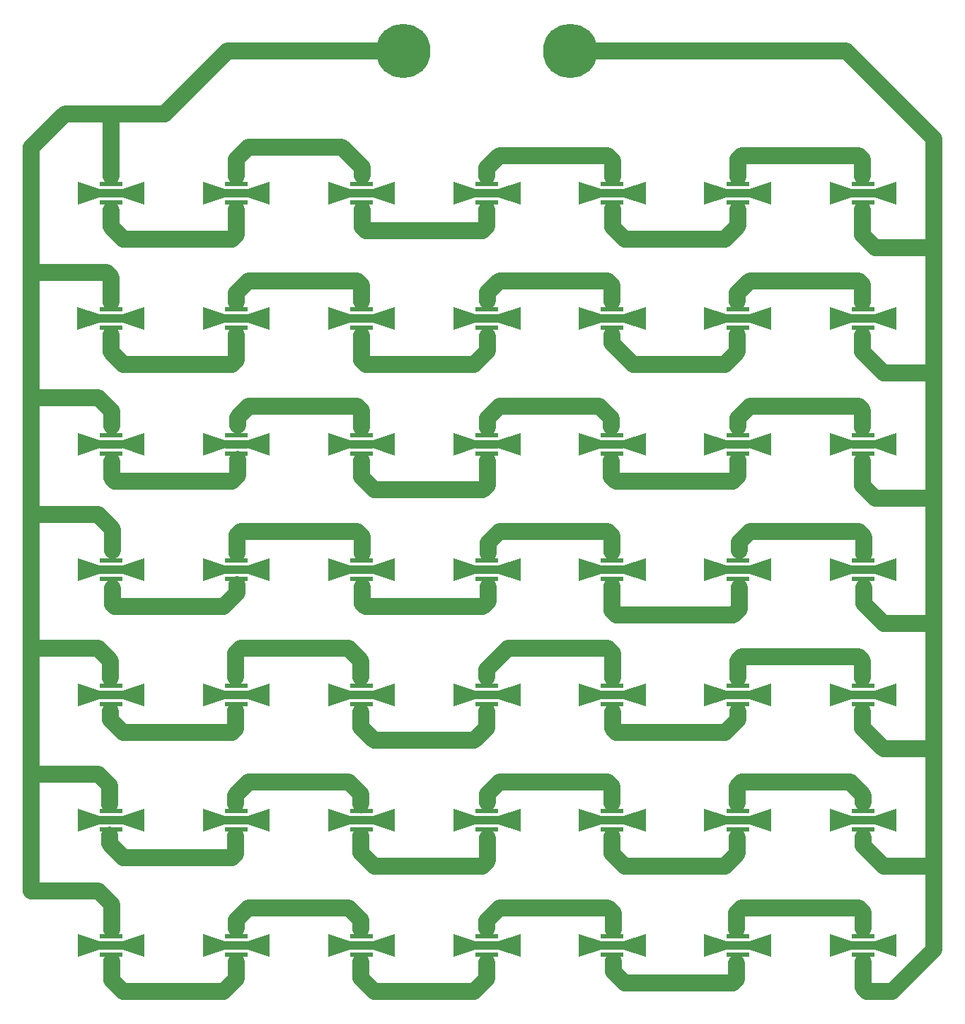
<source format=gbr>
G04 #@! TF.GenerationSoftware,KiCad,Pcbnew,(5.1.4)-1*
G04 #@! TF.CreationDate,2020-03-11T17:01:30-07:00*
G04 #@! TF.ProjectId,mouse led array,6d6f7573-6520-46c6-9564-206172726179,rev?*
G04 #@! TF.SameCoordinates,Original*
G04 #@! TF.FileFunction,Copper,L1,Top*
G04 #@! TF.FilePolarity,Positive*
%FSLAX46Y46*%
G04 Gerber Fmt 4.6, Leading zero omitted, Abs format (unit mm)*
G04 Created by KiCad (PCBNEW (5.1.4)-1) date 2020-03-11 17:01:30*
%MOMM*%
%LPD*%
G04 APERTURE LIST*
%ADD10R,2.700000X1.000000*%
%ADD11R,2.700000X0.500000*%
%ADD12C,1.000000*%
%ADD13C,0.100000*%
%ADD14C,6.500000*%
%ADD15C,0.250000*%
%ADD16C,2.000000*%
G04 APERTURE END LIST*
D10*
X135524000Y-133540000D03*
D11*
X135524000Y-132440000D03*
X135524000Y-134640000D03*
D12*
X135524000Y-133540000D03*
D13*
G36*
X131524000Y-132190000D02*
G01*
X134174000Y-133040000D01*
X136874000Y-133040000D01*
X139524000Y-132190000D01*
X139524000Y-134890000D01*
X136874000Y-134040000D01*
X134174000Y-134040000D01*
X131524000Y-134890000D01*
X131524000Y-132190000D01*
X131524000Y-132190000D01*
G37*
D10*
X120524000Y-133540000D03*
D11*
X120524000Y-134640000D03*
X120524000Y-132440000D03*
D12*
X120524000Y-133540000D03*
D13*
G36*
X124524000Y-134890000D02*
G01*
X121874000Y-134040000D01*
X119174000Y-134040000D01*
X116524000Y-134890000D01*
X116524000Y-132190000D01*
X119174000Y-133040000D01*
X121874000Y-133040000D01*
X124524000Y-132190000D01*
X124524000Y-134890000D01*
X124524000Y-134890000D01*
G37*
D10*
X105524000Y-133540000D03*
D11*
X105524000Y-132440000D03*
X105524000Y-134640000D03*
D12*
X105524000Y-133540000D03*
D13*
G36*
X101524000Y-132190000D02*
G01*
X104174000Y-133040000D01*
X106874000Y-133040000D01*
X109524000Y-132190000D01*
X109524000Y-134890000D01*
X106874000Y-134040000D01*
X104174000Y-134040000D01*
X101524000Y-134890000D01*
X101524000Y-132190000D01*
X101524000Y-132190000D01*
G37*
D10*
X90524000Y-133540000D03*
D11*
X90524000Y-134640000D03*
X90524000Y-132440000D03*
D12*
X90524000Y-133540000D03*
D13*
G36*
X94524000Y-134890000D02*
G01*
X91874000Y-134040000D01*
X89174000Y-134040000D01*
X86524000Y-134890000D01*
X86524000Y-132190000D01*
X89174000Y-133040000D01*
X91874000Y-133040000D01*
X94524000Y-132190000D01*
X94524000Y-134890000D01*
X94524000Y-134890000D01*
G37*
D10*
X75524000Y-133540000D03*
D11*
X75524000Y-132440000D03*
X75524000Y-134640000D03*
D12*
X75524000Y-133540000D03*
D13*
G36*
X71524000Y-132190000D02*
G01*
X74174000Y-133040000D01*
X76874000Y-133040000D01*
X79524000Y-132190000D01*
X79524000Y-134890000D01*
X76874000Y-134040000D01*
X74174000Y-134040000D01*
X71524000Y-134890000D01*
X71524000Y-132190000D01*
X71524000Y-132190000D01*
G37*
D10*
X60524000Y-133540000D03*
D11*
X60524000Y-134640000D03*
X60524000Y-132440000D03*
D12*
X60524000Y-133540000D03*
D13*
G36*
X64524000Y-134890000D02*
G01*
X61874000Y-134040000D01*
X59174000Y-134040000D01*
X56524000Y-134890000D01*
X56524000Y-132190000D01*
X59174000Y-133040000D01*
X61874000Y-133040000D01*
X64524000Y-132190000D01*
X64524000Y-134890000D01*
X64524000Y-134890000D01*
G37*
D10*
X45524000Y-133540000D03*
D11*
X45524000Y-132440000D03*
X45524000Y-134640000D03*
D12*
X45524000Y-133540000D03*
D13*
G36*
X41524000Y-132190000D02*
G01*
X44174000Y-133040000D01*
X46874000Y-133040000D01*
X49524000Y-132190000D01*
X49524000Y-134890000D01*
X46874000Y-134040000D01*
X44174000Y-134040000D01*
X41524000Y-134890000D01*
X41524000Y-132190000D01*
X41524000Y-132190000D01*
G37*
D10*
X135524000Y-118540000D03*
D11*
X135524000Y-117440000D03*
X135524000Y-119640000D03*
D12*
X135524000Y-118540000D03*
D13*
G36*
X131524000Y-117190000D02*
G01*
X134174000Y-118040000D01*
X136874000Y-118040000D01*
X139524000Y-117190000D01*
X139524000Y-119890000D01*
X136874000Y-119040000D01*
X134174000Y-119040000D01*
X131524000Y-119890000D01*
X131524000Y-117190000D01*
X131524000Y-117190000D01*
G37*
D10*
X120524000Y-118540000D03*
D11*
X120524000Y-119640000D03*
X120524000Y-117440000D03*
D12*
X120524000Y-118540000D03*
D13*
G36*
X124524000Y-119890000D02*
G01*
X121874000Y-119040000D01*
X119174000Y-119040000D01*
X116524000Y-119890000D01*
X116524000Y-117190000D01*
X119174000Y-118040000D01*
X121874000Y-118040000D01*
X124524000Y-117190000D01*
X124524000Y-119890000D01*
X124524000Y-119890000D01*
G37*
D10*
X105524000Y-118540000D03*
D11*
X105524000Y-117440000D03*
X105524000Y-119640000D03*
D12*
X105524000Y-118540000D03*
D13*
G36*
X101524000Y-117190000D02*
G01*
X104174000Y-118040000D01*
X106874000Y-118040000D01*
X109524000Y-117190000D01*
X109524000Y-119890000D01*
X106874000Y-119040000D01*
X104174000Y-119040000D01*
X101524000Y-119890000D01*
X101524000Y-117190000D01*
X101524000Y-117190000D01*
G37*
D10*
X90524000Y-118540000D03*
D11*
X90524000Y-119640000D03*
X90524000Y-117440000D03*
D12*
X90524000Y-118540000D03*
D13*
G36*
X94524000Y-119890000D02*
G01*
X91874000Y-119040000D01*
X89174000Y-119040000D01*
X86524000Y-119890000D01*
X86524000Y-117190000D01*
X89174000Y-118040000D01*
X91874000Y-118040000D01*
X94524000Y-117190000D01*
X94524000Y-119890000D01*
X94524000Y-119890000D01*
G37*
D10*
X75524000Y-118540000D03*
D11*
X75524000Y-117440000D03*
X75524000Y-119640000D03*
D12*
X75524000Y-118540000D03*
D13*
G36*
X71524000Y-117190000D02*
G01*
X74174000Y-118040000D01*
X76874000Y-118040000D01*
X79524000Y-117190000D01*
X79524000Y-119890000D01*
X76874000Y-119040000D01*
X74174000Y-119040000D01*
X71524000Y-119890000D01*
X71524000Y-117190000D01*
X71524000Y-117190000D01*
G37*
D10*
X60524000Y-118540000D03*
D11*
X60524000Y-119640000D03*
X60524000Y-117440000D03*
D12*
X60524000Y-118540000D03*
D13*
G36*
X64524000Y-119890000D02*
G01*
X61874000Y-119040000D01*
X59174000Y-119040000D01*
X56524000Y-119890000D01*
X56524000Y-117190000D01*
X59174000Y-118040000D01*
X61874000Y-118040000D01*
X64524000Y-117190000D01*
X64524000Y-119890000D01*
X64524000Y-119890000D01*
G37*
D10*
X45524000Y-118540000D03*
D11*
X45524000Y-117440000D03*
X45524000Y-119640000D03*
D12*
X45524000Y-118540000D03*
D13*
G36*
X41524000Y-117190000D02*
G01*
X44174000Y-118040000D01*
X46874000Y-118040000D01*
X49524000Y-117190000D01*
X49524000Y-119890000D01*
X46874000Y-119040000D01*
X44174000Y-119040000D01*
X41524000Y-119890000D01*
X41524000Y-117190000D01*
X41524000Y-117190000D01*
G37*
D10*
X135524000Y-103540000D03*
D11*
X135524000Y-102440000D03*
X135524000Y-104640000D03*
D12*
X135524000Y-103540000D03*
D13*
G36*
X131524000Y-102190000D02*
G01*
X134174000Y-103040000D01*
X136874000Y-103040000D01*
X139524000Y-102190000D01*
X139524000Y-104890000D01*
X136874000Y-104040000D01*
X134174000Y-104040000D01*
X131524000Y-104890000D01*
X131524000Y-102190000D01*
X131524000Y-102190000D01*
G37*
D10*
X120524000Y-103540000D03*
D11*
X120524000Y-104640000D03*
X120524000Y-102440000D03*
D12*
X120524000Y-103540000D03*
D13*
G36*
X124524000Y-104890000D02*
G01*
X121874000Y-104040000D01*
X119174000Y-104040000D01*
X116524000Y-104890000D01*
X116524000Y-102190000D01*
X119174000Y-103040000D01*
X121874000Y-103040000D01*
X124524000Y-102190000D01*
X124524000Y-104890000D01*
X124524000Y-104890000D01*
G37*
D10*
X105524000Y-103540000D03*
D11*
X105524000Y-102440000D03*
X105524000Y-104640000D03*
D12*
X105524000Y-103540000D03*
D13*
G36*
X101524000Y-102190000D02*
G01*
X104174000Y-103040000D01*
X106874000Y-103040000D01*
X109524000Y-102190000D01*
X109524000Y-104890000D01*
X106874000Y-104040000D01*
X104174000Y-104040000D01*
X101524000Y-104890000D01*
X101524000Y-102190000D01*
X101524000Y-102190000D01*
G37*
D10*
X90524000Y-103540000D03*
D11*
X90524000Y-104640000D03*
X90524000Y-102440000D03*
D12*
X90524000Y-103540000D03*
D13*
G36*
X94524000Y-104890000D02*
G01*
X91874000Y-104040000D01*
X89174000Y-104040000D01*
X86524000Y-104890000D01*
X86524000Y-102190000D01*
X89174000Y-103040000D01*
X91874000Y-103040000D01*
X94524000Y-102190000D01*
X94524000Y-104890000D01*
X94524000Y-104890000D01*
G37*
D10*
X75524000Y-103540000D03*
D11*
X75524000Y-102440000D03*
X75524000Y-104640000D03*
D12*
X75524000Y-103540000D03*
D13*
G36*
X71524000Y-102190000D02*
G01*
X74174000Y-103040000D01*
X76874000Y-103040000D01*
X79524000Y-102190000D01*
X79524000Y-104890000D01*
X76874000Y-104040000D01*
X74174000Y-104040000D01*
X71524000Y-104890000D01*
X71524000Y-102190000D01*
X71524000Y-102190000D01*
G37*
D10*
X60524000Y-103540000D03*
D11*
X60524000Y-104640000D03*
X60524000Y-102440000D03*
D12*
X60524000Y-103540000D03*
D13*
G36*
X64524000Y-104890000D02*
G01*
X61874000Y-104040000D01*
X59174000Y-104040000D01*
X56524000Y-104890000D01*
X56524000Y-102190000D01*
X59174000Y-103040000D01*
X61874000Y-103040000D01*
X64524000Y-102190000D01*
X64524000Y-104890000D01*
X64524000Y-104890000D01*
G37*
D10*
X45524000Y-103540000D03*
D11*
X45524000Y-102440000D03*
X45524000Y-104640000D03*
D12*
X45524000Y-103540000D03*
D13*
G36*
X41524000Y-102190000D02*
G01*
X44174000Y-103040000D01*
X46874000Y-103040000D01*
X49524000Y-102190000D01*
X49524000Y-104890000D01*
X46874000Y-104040000D01*
X44174000Y-104040000D01*
X41524000Y-104890000D01*
X41524000Y-102190000D01*
X41524000Y-102190000D01*
G37*
D10*
X135524000Y-88540000D03*
D11*
X135524000Y-87440000D03*
X135524000Y-89640000D03*
D12*
X135524000Y-88540000D03*
D13*
G36*
X131524000Y-87190000D02*
G01*
X134174000Y-88040000D01*
X136874000Y-88040000D01*
X139524000Y-87190000D01*
X139524000Y-89890000D01*
X136874000Y-89040000D01*
X134174000Y-89040000D01*
X131524000Y-89890000D01*
X131524000Y-87190000D01*
X131524000Y-87190000D01*
G37*
D10*
X120524000Y-88540000D03*
D11*
X120524000Y-89640000D03*
X120524000Y-87440000D03*
D12*
X120524000Y-88540000D03*
D13*
G36*
X124524000Y-89890000D02*
G01*
X121874000Y-89040000D01*
X119174000Y-89040000D01*
X116524000Y-89890000D01*
X116524000Y-87190000D01*
X119174000Y-88040000D01*
X121874000Y-88040000D01*
X124524000Y-87190000D01*
X124524000Y-89890000D01*
X124524000Y-89890000D01*
G37*
D10*
X105524000Y-88540000D03*
D11*
X105524000Y-87440000D03*
X105524000Y-89640000D03*
D12*
X105524000Y-88540000D03*
D13*
G36*
X101524000Y-87190000D02*
G01*
X104174000Y-88040000D01*
X106874000Y-88040000D01*
X109524000Y-87190000D01*
X109524000Y-89890000D01*
X106874000Y-89040000D01*
X104174000Y-89040000D01*
X101524000Y-89890000D01*
X101524000Y-87190000D01*
X101524000Y-87190000D01*
G37*
D10*
X90524000Y-88540000D03*
D11*
X90524000Y-89640000D03*
X90524000Y-87440000D03*
D12*
X90524000Y-88540000D03*
D13*
G36*
X94524000Y-89890000D02*
G01*
X91874000Y-89040000D01*
X89174000Y-89040000D01*
X86524000Y-89890000D01*
X86524000Y-87190000D01*
X89174000Y-88040000D01*
X91874000Y-88040000D01*
X94524000Y-87190000D01*
X94524000Y-89890000D01*
X94524000Y-89890000D01*
G37*
D10*
X75524000Y-88540000D03*
D11*
X75524000Y-87440000D03*
X75524000Y-89640000D03*
D12*
X75524000Y-88540000D03*
D13*
G36*
X71524000Y-87190000D02*
G01*
X74174000Y-88040000D01*
X76874000Y-88040000D01*
X79524000Y-87190000D01*
X79524000Y-89890000D01*
X76874000Y-89040000D01*
X74174000Y-89040000D01*
X71524000Y-89890000D01*
X71524000Y-87190000D01*
X71524000Y-87190000D01*
G37*
D10*
X60524000Y-88540000D03*
D11*
X60524000Y-89640000D03*
X60524000Y-87440000D03*
D12*
X60524000Y-88540000D03*
D13*
G36*
X64524000Y-89890000D02*
G01*
X61874000Y-89040000D01*
X59174000Y-89040000D01*
X56524000Y-89890000D01*
X56524000Y-87190000D01*
X59174000Y-88040000D01*
X61874000Y-88040000D01*
X64524000Y-87190000D01*
X64524000Y-89890000D01*
X64524000Y-89890000D01*
G37*
D10*
X45524000Y-88540000D03*
D11*
X45524000Y-87440000D03*
X45524000Y-89640000D03*
D12*
X45524000Y-88540000D03*
D13*
G36*
X41524000Y-87190000D02*
G01*
X44174000Y-88040000D01*
X46874000Y-88040000D01*
X49524000Y-87190000D01*
X49524000Y-89890000D01*
X46874000Y-89040000D01*
X44174000Y-89040000D01*
X41524000Y-89890000D01*
X41524000Y-87190000D01*
X41524000Y-87190000D01*
G37*
D10*
X135524000Y-73540000D03*
D11*
X135524000Y-72440000D03*
X135524000Y-74640000D03*
D12*
X135524000Y-73540000D03*
D13*
G36*
X131524000Y-72190000D02*
G01*
X134174000Y-73040000D01*
X136874000Y-73040000D01*
X139524000Y-72190000D01*
X139524000Y-74890000D01*
X136874000Y-74040000D01*
X134174000Y-74040000D01*
X131524000Y-74890000D01*
X131524000Y-72190000D01*
X131524000Y-72190000D01*
G37*
D10*
X120524000Y-73540000D03*
D11*
X120524000Y-74640000D03*
X120524000Y-72440000D03*
D12*
X120524000Y-73540000D03*
D13*
G36*
X124524000Y-74890000D02*
G01*
X121874000Y-74040000D01*
X119174000Y-74040000D01*
X116524000Y-74890000D01*
X116524000Y-72190000D01*
X119174000Y-73040000D01*
X121874000Y-73040000D01*
X124524000Y-72190000D01*
X124524000Y-74890000D01*
X124524000Y-74890000D01*
G37*
D10*
X105524000Y-73540000D03*
D11*
X105524000Y-72440000D03*
X105524000Y-74640000D03*
D12*
X105524000Y-73540000D03*
D13*
G36*
X101524000Y-72190000D02*
G01*
X104174000Y-73040000D01*
X106874000Y-73040000D01*
X109524000Y-72190000D01*
X109524000Y-74890000D01*
X106874000Y-74040000D01*
X104174000Y-74040000D01*
X101524000Y-74890000D01*
X101524000Y-72190000D01*
X101524000Y-72190000D01*
G37*
D10*
X90524000Y-73540000D03*
D11*
X90524000Y-74640000D03*
X90524000Y-72440000D03*
D12*
X90524000Y-73540000D03*
D13*
G36*
X94524000Y-74890000D02*
G01*
X91874000Y-74040000D01*
X89174000Y-74040000D01*
X86524000Y-74890000D01*
X86524000Y-72190000D01*
X89174000Y-73040000D01*
X91874000Y-73040000D01*
X94524000Y-72190000D01*
X94524000Y-74890000D01*
X94524000Y-74890000D01*
G37*
D10*
X75524000Y-73540000D03*
D11*
X75524000Y-72440000D03*
X75524000Y-74640000D03*
D12*
X75524000Y-73540000D03*
D13*
G36*
X71524000Y-72190000D02*
G01*
X74174000Y-73040000D01*
X76874000Y-73040000D01*
X79524000Y-72190000D01*
X79524000Y-74890000D01*
X76874000Y-74040000D01*
X74174000Y-74040000D01*
X71524000Y-74890000D01*
X71524000Y-72190000D01*
X71524000Y-72190000D01*
G37*
D10*
X60524000Y-73540000D03*
D11*
X60524000Y-74640000D03*
X60524000Y-72440000D03*
D12*
X60524000Y-73540000D03*
D13*
G36*
X64524000Y-74890000D02*
G01*
X61874000Y-74040000D01*
X59174000Y-74040000D01*
X56524000Y-74890000D01*
X56524000Y-72190000D01*
X59174000Y-73040000D01*
X61874000Y-73040000D01*
X64524000Y-72190000D01*
X64524000Y-74890000D01*
X64524000Y-74890000D01*
G37*
D10*
X45524000Y-73540000D03*
D11*
X45524000Y-72440000D03*
X45524000Y-74640000D03*
D12*
X45524000Y-73540000D03*
D13*
G36*
X41524000Y-72190000D02*
G01*
X44174000Y-73040000D01*
X46874000Y-73040000D01*
X49524000Y-72190000D01*
X49524000Y-74890000D01*
X46874000Y-74040000D01*
X44174000Y-74040000D01*
X41524000Y-74890000D01*
X41524000Y-72190000D01*
X41524000Y-72190000D01*
G37*
D10*
X135524000Y-58540000D03*
D11*
X135524000Y-57440000D03*
X135524000Y-59640000D03*
D12*
X135524000Y-58540000D03*
D13*
G36*
X131524000Y-57190000D02*
G01*
X134174000Y-58040000D01*
X136874000Y-58040000D01*
X139524000Y-57190000D01*
X139524000Y-59890000D01*
X136874000Y-59040000D01*
X134174000Y-59040000D01*
X131524000Y-59890000D01*
X131524000Y-57190000D01*
X131524000Y-57190000D01*
G37*
D10*
X120524000Y-58540000D03*
D11*
X120524000Y-59640000D03*
X120524000Y-57440000D03*
D12*
X120524000Y-58540000D03*
D13*
G36*
X124524000Y-59890000D02*
G01*
X121874000Y-59040000D01*
X119174000Y-59040000D01*
X116524000Y-59890000D01*
X116524000Y-57190000D01*
X119174000Y-58040000D01*
X121874000Y-58040000D01*
X124524000Y-57190000D01*
X124524000Y-59890000D01*
X124524000Y-59890000D01*
G37*
D10*
X105524000Y-58540000D03*
D11*
X105524000Y-57440000D03*
X105524000Y-59640000D03*
D12*
X105524000Y-58540000D03*
D13*
G36*
X101524000Y-57190000D02*
G01*
X104174000Y-58040000D01*
X106874000Y-58040000D01*
X109524000Y-57190000D01*
X109524000Y-59890000D01*
X106874000Y-59040000D01*
X104174000Y-59040000D01*
X101524000Y-59890000D01*
X101524000Y-57190000D01*
X101524000Y-57190000D01*
G37*
D10*
X90524000Y-58540000D03*
D11*
X90524000Y-59640000D03*
X90524000Y-57440000D03*
D12*
X90524000Y-58540000D03*
D13*
G36*
X94524000Y-59890000D02*
G01*
X91874000Y-59040000D01*
X89174000Y-59040000D01*
X86524000Y-59890000D01*
X86524000Y-57190000D01*
X89174000Y-58040000D01*
X91874000Y-58040000D01*
X94524000Y-57190000D01*
X94524000Y-59890000D01*
X94524000Y-59890000D01*
G37*
D10*
X75524000Y-58540000D03*
D11*
X75524000Y-57440000D03*
X75524000Y-59640000D03*
D12*
X75524000Y-58540000D03*
D13*
G36*
X71524000Y-57190000D02*
G01*
X74174000Y-58040000D01*
X76874000Y-58040000D01*
X79524000Y-57190000D01*
X79524000Y-59890000D01*
X76874000Y-59040000D01*
X74174000Y-59040000D01*
X71524000Y-59890000D01*
X71524000Y-57190000D01*
X71524000Y-57190000D01*
G37*
D10*
X60524000Y-58540000D03*
D11*
X60524000Y-59640000D03*
X60524000Y-57440000D03*
D12*
X60524000Y-58540000D03*
D13*
G36*
X64524000Y-59890000D02*
G01*
X61874000Y-59040000D01*
X59174000Y-59040000D01*
X56524000Y-59890000D01*
X56524000Y-57190000D01*
X59174000Y-58040000D01*
X61874000Y-58040000D01*
X64524000Y-57190000D01*
X64524000Y-59890000D01*
X64524000Y-59890000D01*
G37*
D10*
X45516800Y-58534300D03*
D11*
X45516800Y-57434300D03*
X45516800Y-59634300D03*
D12*
X45516800Y-58534300D03*
D13*
G36*
X41516800Y-57184300D02*
G01*
X44166800Y-58034300D01*
X46866800Y-58034300D01*
X49516800Y-57184300D01*
X49516800Y-59884300D01*
X46866800Y-59034300D01*
X44166800Y-59034300D01*
X41516800Y-59884300D01*
X41516800Y-57184300D01*
X41516800Y-57184300D01*
G37*
D10*
X135524000Y-43540000D03*
D11*
X135524000Y-42440000D03*
X135524000Y-44640000D03*
D12*
X135524000Y-43540000D03*
D13*
G36*
X131524000Y-42190000D02*
G01*
X134174000Y-43040000D01*
X136874000Y-43040000D01*
X139524000Y-42190000D01*
X139524000Y-44890000D01*
X136874000Y-44040000D01*
X134174000Y-44040000D01*
X131524000Y-44890000D01*
X131524000Y-42190000D01*
X131524000Y-42190000D01*
G37*
D10*
X120524000Y-43540000D03*
D11*
X120524000Y-44640000D03*
X120524000Y-42440000D03*
D12*
X120524000Y-43540000D03*
D13*
G36*
X124524000Y-44890000D02*
G01*
X121874000Y-44040000D01*
X119174000Y-44040000D01*
X116524000Y-44890000D01*
X116524000Y-42190000D01*
X119174000Y-43040000D01*
X121874000Y-43040000D01*
X124524000Y-42190000D01*
X124524000Y-44890000D01*
X124524000Y-44890000D01*
G37*
D10*
X105524000Y-43540000D03*
D11*
X105524000Y-42440000D03*
X105524000Y-44640000D03*
D12*
X105524000Y-43540000D03*
D13*
G36*
X101524000Y-42190000D02*
G01*
X104174000Y-43040000D01*
X106874000Y-43040000D01*
X109524000Y-42190000D01*
X109524000Y-44890000D01*
X106874000Y-44040000D01*
X104174000Y-44040000D01*
X101524000Y-44890000D01*
X101524000Y-42190000D01*
X101524000Y-42190000D01*
G37*
D10*
X90524000Y-43540000D03*
D11*
X90524000Y-44640000D03*
X90524000Y-42440000D03*
D12*
X90524000Y-43540000D03*
D13*
G36*
X94524000Y-44890000D02*
G01*
X91874000Y-44040000D01*
X89174000Y-44040000D01*
X86524000Y-44890000D01*
X86524000Y-42190000D01*
X89174000Y-43040000D01*
X91874000Y-43040000D01*
X94524000Y-42190000D01*
X94524000Y-44890000D01*
X94524000Y-44890000D01*
G37*
D10*
X75524000Y-43540000D03*
D11*
X75524000Y-42440000D03*
X75524000Y-44640000D03*
D12*
X75524000Y-43540000D03*
D13*
G36*
X71524000Y-42190000D02*
G01*
X74174000Y-43040000D01*
X76874000Y-43040000D01*
X79524000Y-42190000D01*
X79524000Y-44890000D01*
X76874000Y-44040000D01*
X74174000Y-44040000D01*
X71524000Y-44890000D01*
X71524000Y-42190000D01*
X71524000Y-42190000D01*
G37*
D10*
X60524000Y-43540000D03*
D11*
X60524000Y-44640000D03*
X60524000Y-42440000D03*
D12*
X60524000Y-43540000D03*
D13*
G36*
X64524000Y-44890000D02*
G01*
X61874000Y-44040000D01*
X59174000Y-44040000D01*
X56524000Y-44890000D01*
X56524000Y-42190000D01*
X59174000Y-43040000D01*
X61874000Y-43040000D01*
X64524000Y-42190000D01*
X64524000Y-44890000D01*
X64524000Y-44890000D01*
G37*
D10*
X45524000Y-43540000D03*
D11*
X45524000Y-42440000D03*
X45524000Y-44640000D03*
D12*
X45524000Y-43540000D03*
D13*
G36*
X41524000Y-42190000D02*
G01*
X44174000Y-43040000D01*
X46874000Y-43040000D01*
X49524000Y-42190000D01*
X49524000Y-44890000D01*
X46874000Y-44040000D01*
X44174000Y-44040000D01*
X41524000Y-44890000D01*
X41524000Y-42190000D01*
X41524000Y-42190000D01*
G37*
D14*
X100524000Y-26540000D03*
X80524000Y-26540000D03*
D15*
X135478100Y-45478100D02*
X135478100Y-46946400D01*
X135478100Y-44576500D02*
X135478100Y-45478100D01*
D16*
X100524000Y-26540000D02*
X133540000Y-26540000D01*
X144000000Y-134000000D02*
X139000000Y-139000000D01*
X139000000Y-139000000D02*
X136000000Y-139000000D01*
X135541600Y-138541600D02*
X135541600Y-135458400D01*
X136000000Y-139000000D02*
X135541600Y-138541600D01*
D15*
X135541600Y-134721100D02*
X135541600Y-135458400D01*
X135541600Y-135458400D02*
X135541600Y-137091000D01*
D16*
X144000000Y-37000000D02*
X143500000Y-36500000D01*
X144000000Y-47000000D02*
X144000000Y-37000000D01*
X133540000Y-26540000D02*
X143500000Y-36500000D01*
X135478100Y-60521900D02*
X135478100Y-62478100D01*
D15*
X135478100Y-60521900D02*
X135478100Y-61945100D01*
X135478100Y-59575200D02*
X135478100Y-60521900D01*
D16*
X138000000Y-65000000D02*
X144000000Y-65000000D01*
X135478100Y-62478100D02*
X138000000Y-65000000D01*
X135478100Y-75521900D02*
X135478100Y-78478100D01*
D15*
X135478100Y-75521900D02*
X135478100Y-76981900D01*
X135478100Y-74612000D02*
X135478100Y-75521900D01*
D16*
X137000000Y-80000000D02*
X144000000Y-80000000D01*
X135478100Y-78478100D02*
X137000000Y-80000000D01*
X144000000Y-65000000D02*
X144000000Y-80000000D01*
X135668600Y-90668600D02*
X135668600Y-92668600D01*
D15*
X135668600Y-90668600D02*
X135668600Y-92056800D01*
X135668600Y-89686900D02*
X135668600Y-90668600D01*
D16*
X138000000Y-95000000D02*
X144000000Y-95000000D01*
X135668600Y-92668600D02*
X138000000Y-95000000D01*
X144000000Y-80000000D02*
X144000000Y-95000000D01*
X135490800Y-105509200D02*
X135490800Y-107490800D01*
D15*
X135490800Y-105509200D02*
X135490800Y-107004700D01*
X135490800Y-104634800D02*
X135490800Y-105509200D01*
D16*
X138000000Y-110000000D02*
X144000000Y-110000000D01*
X135490800Y-107490800D02*
X138000000Y-110000000D01*
X144000000Y-95000000D02*
X144000000Y-110000000D01*
X135478100Y-45478100D02*
X135478100Y-48478100D01*
X137000000Y-50000000D02*
X144000000Y-50000000D01*
X135478100Y-48478100D02*
X137000000Y-50000000D01*
X144000000Y-47000000D02*
X144000000Y-50000000D01*
X144000000Y-50000000D02*
X144000000Y-65000000D01*
X135541600Y-120541600D02*
X135541600Y-121541600D01*
D15*
X135541600Y-120541600D02*
X135541600Y-122016100D01*
X135541600Y-119646200D02*
X135541600Y-120541600D01*
D16*
X138000000Y-124000000D02*
X144000000Y-124000000D01*
X135541600Y-121541600D02*
X138000000Y-124000000D01*
X144000000Y-110000000D02*
X144000000Y-124000000D01*
X144000000Y-124000000D02*
X144000000Y-134000000D01*
X45524000Y-45524000D02*
X45524000Y-47524000D01*
D15*
X45524000Y-45524000D02*
X45524000Y-47009900D01*
X45524000Y-44640000D02*
X45524000Y-45524000D01*
D16*
X45524000Y-47524000D02*
X47000000Y-49000000D01*
X47000000Y-49000000D02*
X60000000Y-49000000D01*
X60524000Y-48476000D02*
X60524000Y-45476000D01*
X60000000Y-49000000D02*
X60524000Y-48476000D01*
D15*
X60524000Y-44640000D02*
X60524000Y-45476000D01*
X60524000Y-45476000D02*
X60524000Y-46795300D01*
X60524000Y-41476000D02*
X60524000Y-40496100D01*
X60524000Y-42440000D02*
X60524000Y-41476000D01*
D16*
X73144400Y-38000000D02*
X75572200Y-40427800D01*
X62000000Y-38000000D02*
X73144400Y-38000000D01*
X60524000Y-39476000D02*
X62000000Y-38000000D01*
X60524000Y-41476000D02*
X60524000Y-39476000D01*
D15*
X75572200Y-40427800D02*
X75572200Y-39885200D01*
D16*
X75572200Y-40427800D02*
X75572200Y-41427800D01*
D15*
X75572200Y-42389200D02*
X75572200Y-41427800D01*
X75572200Y-45427800D02*
X75572200Y-46959100D01*
X75572200Y-44589200D02*
X75572200Y-45427800D01*
X90507400Y-44690800D02*
X90507400Y-45492600D01*
X90507400Y-45492600D02*
X90507400Y-47060700D01*
D16*
X75572200Y-45427800D02*
X75572200Y-47572200D01*
X75572200Y-47572200D02*
X76000000Y-48000000D01*
X76000000Y-48000000D02*
X90000000Y-48000000D01*
X90507400Y-47492600D02*
X90507400Y-45492600D01*
X90000000Y-48000000D02*
X90507400Y-47492600D01*
D15*
X90507400Y-41492600D02*
X90507400Y-39986800D01*
X90507400Y-42490800D02*
X90507400Y-41492600D01*
D16*
X105607700Y-39607700D02*
X105607700Y-41607700D01*
D15*
X105607700Y-42440000D02*
X105607700Y-41607700D01*
D16*
X90507400Y-41492600D02*
X90507400Y-40492600D01*
D15*
X105607700Y-41607700D02*
X105607700Y-39936000D01*
D16*
X90507400Y-40492600D02*
X92000000Y-39000000D01*
X92000000Y-39000000D02*
X105000000Y-39000000D01*
X105000000Y-39000000D02*
X105607700Y-39607700D01*
X105607700Y-45392300D02*
X105607700Y-47607700D01*
D15*
X105607700Y-45392300D02*
X105607700Y-47009900D01*
X105607700Y-44640000D02*
X105607700Y-45392300D01*
D16*
X105607700Y-47607700D02*
X107000000Y-49000000D01*
X107000000Y-49000000D02*
X119000000Y-49000000D01*
X120555600Y-47444400D02*
X120555600Y-45444400D01*
X119000000Y-49000000D02*
X120555600Y-47444400D01*
D15*
X120555600Y-44627300D02*
X120555600Y-45444400D01*
X120555600Y-45444400D02*
X120555600Y-46997200D01*
D16*
X120555600Y-41555600D02*
X120555600Y-39444400D01*
D15*
X120555600Y-41555600D02*
X120555600Y-39923300D01*
X120555600Y-42427300D02*
X120555600Y-41555600D01*
D16*
X120555600Y-39444400D02*
X121000000Y-39000000D01*
X121000000Y-39000000D02*
X135000000Y-39000000D01*
X135478100Y-39478100D02*
X135478100Y-41521900D01*
X135000000Y-39000000D02*
X135478100Y-39478100D01*
D15*
X135478100Y-42376500D02*
X135478100Y-41521900D01*
X135478100Y-41521900D02*
X135478100Y-39872500D01*
D16*
X45524000Y-60476000D02*
X45524000Y-62524000D01*
D15*
X45524000Y-60476000D02*
X45524000Y-61932400D01*
X45524000Y-59562500D02*
X45524000Y-60476000D01*
D16*
X45524000Y-62524000D02*
X47000000Y-64000000D01*
X47000000Y-64000000D02*
X60000000Y-64000000D01*
X60522700Y-63477300D02*
X60522700Y-60477300D01*
X60000000Y-64000000D02*
X60522700Y-63477300D01*
D15*
X60522700Y-59613300D02*
X60522700Y-60477300D01*
X60522700Y-60477300D02*
X60522700Y-61983200D01*
D16*
X60522700Y-56522700D02*
X60522700Y-55477300D01*
D15*
X60522700Y-56522700D02*
X60522700Y-54909300D01*
X60522700Y-57413300D02*
X60522700Y-56522700D01*
D16*
X60522700Y-55477300D02*
X62000000Y-54000000D01*
X62000000Y-54000000D02*
X75000000Y-54000000D01*
X75496000Y-54496000D02*
X75496000Y-56504000D01*
X75000000Y-54000000D02*
X75496000Y-54496000D01*
D15*
X75496000Y-57349800D02*
X75496000Y-56504000D01*
X75496000Y-56504000D02*
X75496000Y-54845800D01*
D16*
X75496000Y-60504000D02*
X75496000Y-63496000D01*
D15*
X75496000Y-60504000D02*
X75496000Y-61919700D01*
X75496000Y-59549800D02*
X75496000Y-60504000D01*
D16*
X75496000Y-63496000D02*
X76000000Y-64000000D01*
X76000000Y-64000000D02*
X89000000Y-64000000D01*
X90621700Y-62378300D02*
X90621700Y-60621700D01*
X89000000Y-64000000D02*
X90621700Y-62378300D01*
D15*
X90621700Y-59613300D02*
X90621700Y-60621700D01*
X90621700Y-60621700D02*
X90621700Y-61983200D01*
D16*
X90621700Y-56378300D02*
X90621700Y-55378300D01*
D15*
X90621700Y-56378300D02*
X90621700Y-54909300D01*
X90621700Y-57413300D02*
X90621700Y-56378300D01*
D16*
X90621700Y-55378300D02*
X92000000Y-54000000D01*
X92000000Y-54000000D02*
X105000000Y-54000000D01*
X105506100Y-54506100D02*
X105506100Y-56506100D01*
X105000000Y-54000000D02*
X105506100Y-54506100D01*
D15*
X105506100Y-57375200D02*
X105506100Y-56506100D01*
X105506100Y-56506100D02*
X105506100Y-54871200D01*
D16*
X105506100Y-60493900D02*
X105506100Y-61506100D01*
D15*
X105506100Y-60493900D02*
X105506100Y-61945100D01*
X105506100Y-59575200D02*
X105506100Y-60493900D01*
D16*
X105506100Y-61506100D02*
X108000000Y-64000000D01*
X108000000Y-64000000D02*
X119000000Y-64000000D01*
X120504800Y-62495200D02*
X120504800Y-60495200D01*
X119000000Y-64000000D02*
X120504800Y-62495200D01*
D15*
X120504800Y-59613300D02*
X120504800Y-60495200D01*
X120504800Y-60495200D02*
X120504800Y-61983200D01*
D16*
X120504800Y-56504800D02*
X120504800Y-55495200D01*
D15*
X120504800Y-56504800D02*
X120504800Y-54909300D01*
X120504800Y-57413300D02*
X120504800Y-56504800D01*
D16*
X120504800Y-55495200D02*
X122000000Y-54000000D01*
X122000000Y-54000000D02*
X135000000Y-54000000D01*
X135478100Y-54478100D02*
X135478100Y-56521900D01*
X135000000Y-54000000D02*
X135478100Y-54478100D01*
D15*
X135478100Y-57375200D02*
X135478100Y-56521900D01*
X135478100Y-56521900D02*
X135478100Y-54871200D01*
D16*
X45587500Y-75587500D02*
X45587500Y-77587500D01*
D15*
X45587500Y-75587500D02*
X45587500Y-76867600D01*
X45587500Y-74497700D02*
X45587500Y-75587500D01*
D16*
X45587500Y-77587500D02*
X46000000Y-78000000D01*
X46000000Y-78000000D02*
X60000000Y-78000000D01*
X60675100Y-77324900D02*
X60675100Y-75324900D01*
X60000000Y-78000000D02*
X60675100Y-77324900D01*
D15*
X60675100Y-74561200D02*
X60675100Y-75324900D01*
X60675100Y-75324900D02*
X60675100Y-76931100D01*
D16*
X60675100Y-71324900D02*
X60675100Y-70324900D01*
D15*
X60675100Y-71324900D02*
X60675100Y-69857200D01*
X60675100Y-72361200D02*
X60675100Y-71324900D01*
D16*
X60675100Y-70324900D02*
X62000000Y-69000000D01*
X62000000Y-69000000D02*
X75000000Y-69000000D01*
X75508700Y-69508700D02*
X75508700Y-71508700D01*
X75000000Y-69000000D02*
X75508700Y-69508700D01*
D15*
X75508700Y-72475500D02*
X75508700Y-71508700D01*
X75508700Y-71508700D02*
X75508700Y-69971500D01*
D16*
X75508700Y-75508700D02*
X75508700Y-77508700D01*
D15*
X75508700Y-75508700D02*
X75508700Y-77045400D01*
X75508700Y-74675500D02*
X75508700Y-75508700D01*
D16*
X75508700Y-77508700D02*
X77000000Y-79000000D01*
X77000000Y-79000000D02*
X90000000Y-79000000D01*
X90545500Y-78454500D02*
X90545500Y-75545500D01*
X90000000Y-79000000D02*
X90545500Y-78454500D01*
D15*
X90545500Y-74675500D02*
X90545500Y-75545500D01*
X90545500Y-75545500D02*
X90545500Y-77045400D01*
D16*
X90545500Y-71545500D02*
X90545500Y-70454500D01*
D15*
X90545500Y-71545500D02*
X90545500Y-69971500D01*
X90545500Y-72475500D02*
X90545500Y-71545500D01*
D16*
X90545500Y-70454500D02*
X92000000Y-69000000D01*
X92000000Y-69000000D02*
X104000000Y-69000000D01*
X105442600Y-70442600D02*
X105442600Y-71442600D01*
X104000000Y-69000000D02*
X105442600Y-70442600D01*
D15*
X105442600Y-72475500D02*
X105442600Y-71442600D01*
X105442600Y-71442600D02*
X105442600Y-69971500D01*
D16*
X105442600Y-75557400D02*
X105442600Y-77442600D01*
D15*
X105442600Y-75557400D02*
X105442600Y-77045400D01*
X105442600Y-74675500D02*
X105442600Y-75557400D01*
D16*
X105442600Y-77442600D02*
X106000000Y-78000000D01*
X106000000Y-78000000D02*
X120000000Y-78000000D01*
X120581000Y-77419000D02*
X120581000Y-75419000D01*
X120000000Y-78000000D02*
X120581000Y-77419000D01*
D15*
X120581000Y-74523100D02*
X120581000Y-75419000D01*
X120581000Y-75419000D02*
X120581000Y-76893000D01*
D16*
X120581000Y-71419000D02*
X120581000Y-70419000D01*
D15*
X120581000Y-71419000D02*
X120581000Y-69819100D01*
X120581000Y-72323100D02*
X120581000Y-71419000D01*
D16*
X120581000Y-70419000D02*
X122000000Y-69000000D01*
X122000000Y-69000000D02*
X135000000Y-69000000D01*
X135478100Y-69478100D02*
X135478100Y-71521900D01*
X135000000Y-69000000D02*
X135478100Y-69478100D01*
D15*
X135478100Y-72412000D02*
X135478100Y-71521900D01*
X135478100Y-71521900D02*
X135478100Y-69908000D01*
D16*
X45739900Y-90739900D02*
X45739900Y-92739900D01*
D15*
X45739900Y-90739900D02*
X45739900Y-91993300D01*
X45739900Y-89623400D02*
X45739900Y-90739900D01*
D16*
X45739900Y-92739900D02*
X46000000Y-93000000D01*
X46000000Y-93000000D02*
X59000000Y-93000000D01*
X60624300Y-91375700D02*
X60624300Y-90375700D01*
X59000000Y-93000000D02*
X60624300Y-91375700D01*
D15*
X60624300Y-89686900D02*
X60624300Y-90375700D01*
X60624300Y-90375700D02*
X60624300Y-92056800D01*
D16*
X60624300Y-86624300D02*
X60624300Y-84375700D01*
D15*
X60624300Y-86624300D02*
X60624300Y-84982900D01*
X60624300Y-87486900D02*
X60624300Y-86624300D01*
D16*
X60624300Y-84375700D02*
X61000000Y-84000000D01*
X61000000Y-84000000D02*
X75000000Y-84000000D01*
X75597600Y-84597600D02*
X75597600Y-86597600D01*
X75000000Y-84000000D02*
X75597600Y-84597600D01*
D15*
X75597600Y-87347200D02*
X75597600Y-86597600D01*
X75597600Y-86597600D02*
X75597600Y-84843200D01*
D16*
X75597600Y-90597600D02*
X75597600Y-92597600D01*
D15*
X75597600Y-90597600D02*
X75597600Y-91917100D01*
X75597600Y-89547200D02*
X75597600Y-90597600D01*
D16*
X75597600Y-92597600D02*
X76000000Y-93000000D01*
X76000000Y-93000000D02*
X90000000Y-93000000D01*
X90634400Y-92365600D02*
X90634400Y-90634400D01*
X90000000Y-93000000D02*
X90634400Y-92365600D01*
D15*
X90634400Y-89725000D02*
X90634400Y-90634400D01*
X90634400Y-90634400D02*
X90634400Y-92094900D01*
D16*
X90634400Y-86634400D02*
X90634400Y-85365600D01*
D15*
X90634400Y-86634400D02*
X90634400Y-85021000D01*
X90634400Y-87525000D02*
X90634400Y-86634400D01*
D16*
X90634400Y-85365600D02*
X92000000Y-84000000D01*
X92000000Y-84000000D02*
X105000000Y-84000000D01*
X105480700Y-84480700D02*
X105480700Y-86480700D01*
X105000000Y-84000000D02*
X105480700Y-84480700D01*
D15*
X105480700Y-87525000D02*
X105480700Y-86480700D01*
X105480700Y-86480700D02*
X105480700Y-85021000D01*
D16*
X105480700Y-90480700D02*
X105480700Y-93480700D01*
D15*
X105480700Y-90480700D02*
X105480700Y-92094900D01*
X105480700Y-89725000D02*
X105480700Y-90480700D01*
D16*
X105480700Y-93480700D02*
X106000000Y-94000000D01*
X106000000Y-94000000D02*
X120000000Y-94000000D01*
X120708000Y-93292000D02*
X120708000Y-90708000D01*
X120000000Y-94000000D02*
X120708000Y-93292000D01*
D15*
X120708000Y-89547200D02*
X120708000Y-90708000D01*
X120708000Y-90708000D02*
X120708000Y-91917100D01*
D16*
X120708000Y-86292000D02*
X120708000Y-85292000D01*
D15*
X120708000Y-86292000D02*
X120708000Y-84843200D01*
X120708000Y-87347200D02*
X120708000Y-86292000D01*
D16*
X120708000Y-85292000D02*
X122000000Y-84000000D01*
X122000000Y-84000000D02*
X135000000Y-84000000D01*
X135668600Y-84668600D02*
X135668600Y-86668600D01*
X135000000Y-84000000D02*
X135668600Y-84668600D01*
D15*
X135668600Y-87486900D02*
X135668600Y-86668600D01*
X135668600Y-86668600D02*
X135668600Y-84982900D01*
D16*
X45485900Y-105514100D02*
X45485900Y-106485900D01*
D15*
X45485900Y-105514100D02*
X45485900Y-107080900D01*
X45485900Y-104711000D02*
X45485900Y-105514100D01*
D16*
X45485900Y-106485900D02*
X47000000Y-108000000D01*
X47000000Y-108000000D02*
X60000000Y-108000000D01*
X60408400Y-107591600D02*
X60408400Y-105408400D01*
X60000000Y-108000000D02*
X60408400Y-107591600D01*
D15*
X60408400Y-104647500D02*
X60408400Y-105408400D01*
X60408400Y-105408400D02*
X60408400Y-107017400D01*
D16*
X60408400Y-101408400D02*
X60408400Y-98591600D01*
D15*
X60408400Y-101408400D02*
X60408400Y-99943500D01*
X60408400Y-102447500D02*
X60408400Y-101408400D01*
D16*
X60408400Y-98591600D02*
X61000000Y-98000000D01*
X61000000Y-98000000D02*
X74000000Y-98000000D01*
X75457900Y-99457900D02*
X75457900Y-101457900D01*
X74000000Y-98000000D02*
X75457900Y-99457900D01*
D15*
X75457900Y-102460200D02*
X75457900Y-101457900D01*
X75457900Y-101457900D02*
X75457900Y-99956200D01*
D16*
X75457900Y-105542100D02*
X75457900Y-107457900D01*
D15*
X75457900Y-105542100D02*
X75457900Y-107030100D01*
X75457900Y-104660200D02*
X75457900Y-105542100D01*
D16*
X75457900Y-107457900D02*
X77000000Y-109000000D01*
X77000000Y-109000000D02*
X89000000Y-109000000D01*
X90469300Y-107530700D02*
X90469300Y-105530700D01*
X89000000Y-109000000D02*
X90469300Y-107530700D01*
D15*
X90469300Y-104698300D02*
X90469300Y-105530700D01*
X90469300Y-105530700D02*
X90469300Y-107068200D01*
D16*
X90469300Y-101469300D02*
X90469300Y-100530700D01*
D15*
X90469300Y-101469300D02*
X90469300Y-99994300D01*
X90469300Y-102498300D02*
X90469300Y-101469300D01*
D16*
X90469300Y-100530700D02*
X93000000Y-98000000D01*
X93000000Y-98000000D02*
X105000000Y-98000000D01*
X105544200Y-98544200D02*
X105544200Y-101544200D01*
X105000000Y-98000000D02*
X105544200Y-98544200D01*
D15*
X105544200Y-102460200D02*
X105544200Y-101544200D01*
X105544200Y-101544200D02*
X105544200Y-99956200D01*
D16*
X105544200Y-105544200D02*
X105544200Y-107544200D01*
D15*
X105544200Y-105544200D02*
X105544200Y-107030100D01*
X105544200Y-104660200D02*
X105544200Y-105544200D01*
D16*
X105544200Y-107544200D02*
X106000000Y-108000000D01*
X106000000Y-108000000D02*
X119000000Y-108000000D01*
X120530200Y-106469800D02*
X120530200Y-105469800D01*
X119000000Y-108000000D02*
X120530200Y-106469800D01*
D15*
X120530200Y-104711000D02*
X120530200Y-105469800D01*
X120530200Y-105469800D02*
X120530200Y-107080900D01*
D16*
X120530200Y-101530200D02*
X120530200Y-99469800D01*
D15*
X120530200Y-101530200D02*
X120530200Y-100007000D01*
X120530200Y-102511000D02*
X120530200Y-101530200D01*
D16*
X120530200Y-99469800D02*
X121000000Y-99000000D01*
X121000000Y-99000000D02*
X135000000Y-99000000D01*
X135490800Y-99490800D02*
X135490800Y-101509200D01*
X135000000Y-99000000D02*
X135490800Y-99490800D01*
D15*
X135490800Y-102434800D02*
X135490800Y-101509200D01*
X135490800Y-101509200D02*
X135490800Y-99930800D01*
D16*
X45346200Y-120346200D02*
X45346200Y-121346200D01*
D15*
X45346200Y-120346200D02*
X45346200Y-122092300D01*
X45346200Y-119722400D02*
X45346200Y-120346200D01*
D16*
X45346200Y-121346200D02*
X47000000Y-123000000D01*
X47000000Y-123000000D02*
X60000000Y-123000000D01*
X60421100Y-122578900D02*
X60421100Y-120421100D01*
X60000000Y-123000000D02*
X60421100Y-122578900D01*
D15*
X60421100Y-119658900D02*
X60421100Y-120421100D01*
X60421100Y-120421100D02*
X60421100Y-122028800D01*
D16*
X60421100Y-116578900D02*
X60421100Y-115578900D01*
D15*
X60421100Y-116578900D02*
X60421100Y-114954900D01*
X60421100Y-117458900D02*
X60421100Y-116578900D01*
D16*
X60421100Y-115578900D02*
X62000000Y-114000000D01*
X62000000Y-114000000D02*
X74000000Y-114000000D01*
X75394400Y-115394400D02*
X75394400Y-116605600D01*
X74000000Y-114000000D02*
X75394400Y-115394400D01*
D15*
X75394400Y-117573200D02*
X75394400Y-116605600D01*
X75394400Y-116605600D02*
X75394400Y-115069200D01*
D16*
X75394400Y-120394400D02*
X75394400Y-122394400D01*
D15*
X75394400Y-120394400D02*
X75394400Y-122143100D01*
X75394400Y-119773200D02*
X75394400Y-120394400D01*
D16*
X75394400Y-122394400D02*
X77000000Y-124000000D01*
X77000000Y-124000000D02*
X90000000Y-124000000D01*
X90609000Y-123391000D02*
X90609000Y-120609000D01*
X90000000Y-124000000D02*
X90609000Y-123391000D01*
D15*
X90609000Y-119684300D02*
X90609000Y-120609000D01*
X90609000Y-120609000D02*
X90609000Y-122054200D01*
D16*
X90609000Y-116391000D02*
X90609000Y-115391000D01*
D15*
X90609000Y-116391000D02*
X90609000Y-114980300D01*
X90609000Y-117484300D02*
X90609000Y-116391000D01*
D16*
X90609000Y-115391000D02*
X92000000Y-114000000D01*
X92000000Y-114000000D02*
X105000000Y-114000000D01*
X105493400Y-114493400D02*
X105493400Y-116493400D01*
X105000000Y-114000000D02*
X105493400Y-114493400D01*
D15*
X105493400Y-117484300D02*
X105493400Y-116493400D01*
X105493400Y-116493400D02*
X105493400Y-114980300D01*
D16*
X105493400Y-120493400D02*
X105493400Y-122493400D01*
D15*
X105493400Y-120493400D02*
X105493400Y-122054200D01*
X105493400Y-119684300D02*
X105493400Y-120493400D01*
D16*
X105493400Y-122493400D02*
X107000000Y-124000000D01*
X107000000Y-124000000D02*
X119000000Y-124000000D01*
X120466700Y-122533300D02*
X120466700Y-120533300D01*
X119000000Y-124000000D02*
X120466700Y-122533300D01*
D15*
X120466700Y-119709700D02*
X120466700Y-120533300D01*
X120466700Y-120533300D02*
X120466700Y-122079600D01*
D16*
X120466700Y-116466700D02*
X120466700Y-114533300D01*
D15*
X120466700Y-116466700D02*
X120466700Y-115005700D01*
X120466700Y-117509700D02*
X120466700Y-116466700D01*
D16*
X120466700Y-114533300D02*
X121000000Y-114000000D01*
X121000000Y-114000000D02*
X134000000Y-114000000D01*
X135541600Y-115541600D02*
X135541600Y-116458400D01*
X134000000Y-114000000D02*
X135541600Y-115541600D01*
D15*
X135541600Y-117446200D02*
X135541600Y-116458400D01*
X135541600Y-116458400D02*
X135541600Y-114942200D01*
D16*
X45638300Y-135361700D02*
X45638300Y-137638300D01*
D15*
X45638300Y-135361700D02*
X45638300Y-137014800D01*
X45638300Y-134644900D02*
X45638300Y-135361700D01*
D16*
X45638300Y-137638300D02*
X47000000Y-139000000D01*
X47000000Y-139000000D02*
X59000000Y-139000000D01*
X60510000Y-137490000D02*
X60510000Y-135510000D01*
X59000000Y-139000000D02*
X60510000Y-137490000D01*
D15*
X60510000Y-134581400D02*
X60510000Y-135510000D01*
X60510000Y-135510000D02*
X60510000Y-136951300D01*
D16*
X60510000Y-131490000D02*
X60510000Y-130490000D01*
D15*
X60510000Y-131490000D02*
X60510000Y-129877400D01*
X60510000Y-132381400D02*
X60510000Y-131490000D01*
D16*
X60510000Y-130490000D02*
X62000000Y-129000000D01*
X62000000Y-129000000D02*
X74000000Y-129000000D01*
X75445200Y-130445200D02*
X75445200Y-131554800D01*
X74000000Y-129000000D02*
X75445200Y-130445200D01*
D15*
X75445200Y-132495700D02*
X75445200Y-131554800D01*
X75445200Y-131554800D02*
X75445200Y-129991700D01*
D16*
X75445200Y-135445200D02*
X75445200Y-137445200D01*
D15*
X75445200Y-135445200D02*
X75445200Y-137065600D01*
X75445200Y-134695700D02*
X75445200Y-135445200D01*
D16*
X75445200Y-137445200D02*
X77000000Y-139000000D01*
X77000000Y-139000000D02*
X89000000Y-139000000D01*
X90482000Y-137518000D02*
X90482000Y-135518000D01*
X89000000Y-139000000D02*
X90482000Y-137518000D01*
D15*
X90482000Y-134746500D02*
X90482000Y-135518000D01*
X90482000Y-135518000D02*
X90482000Y-137116400D01*
D16*
X90482000Y-131518000D02*
X90482000Y-130518000D01*
D15*
X90482000Y-131518000D02*
X90482000Y-130042500D01*
X90482000Y-132546500D02*
X90482000Y-131518000D01*
D16*
X90482000Y-130518000D02*
X92000000Y-129000000D01*
X92000000Y-129000000D02*
X105000000Y-129000000D01*
X105633100Y-129633100D02*
X105633100Y-131633100D01*
X105000000Y-129000000D02*
X105633100Y-129633100D01*
D15*
X105633100Y-132483000D02*
X105633100Y-131633100D01*
X105633100Y-131633100D02*
X105633100Y-129979000D01*
D16*
X105633100Y-135366900D02*
X105633100Y-136633100D01*
D15*
X105633100Y-135366900D02*
X105633100Y-137052900D01*
X105633100Y-134683000D02*
X105633100Y-135366900D01*
D16*
X105633100Y-136633100D02*
X107000000Y-138000000D01*
X107000000Y-138000000D02*
X120000000Y-138000000D01*
X120403200Y-137596800D02*
X120403200Y-135596800D01*
X120000000Y-138000000D02*
X120403200Y-137596800D01*
D15*
X120403200Y-134644900D02*
X120403200Y-135596800D01*
X120403200Y-135596800D02*
X120403200Y-137014800D01*
D16*
X135541600Y-131458400D02*
X135541600Y-129541600D01*
D15*
X135541600Y-131458400D02*
X135541600Y-130017100D01*
X135541600Y-132521100D02*
X135541600Y-131458400D01*
D16*
X135541600Y-129541600D02*
X135000000Y-129000000D01*
X135000000Y-129000000D02*
X121000000Y-129000000D01*
X120403200Y-129596800D02*
X120403200Y-131596800D01*
X121000000Y-129000000D02*
X120403200Y-129596800D01*
D15*
X120403200Y-132444900D02*
X120403200Y-131596800D01*
X120403200Y-131596800D02*
X120403200Y-129940900D01*
D16*
X80524000Y-26540000D02*
X59460000Y-26540000D01*
X59460000Y-26540000D02*
X52000000Y-34000000D01*
X40000000Y-34000000D02*
X36000000Y-38000000D01*
X36000000Y-127000000D02*
X44000000Y-127000000D01*
X45638300Y-128638300D02*
X45638300Y-131638300D01*
X44000000Y-127000000D02*
X45638300Y-128638300D01*
D15*
X45638300Y-132444900D02*
X45638300Y-131638300D01*
X45638300Y-131638300D02*
X45638300Y-129940900D01*
D16*
X36000000Y-113000000D02*
X44000000Y-113000000D01*
X36000000Y-113000000D02*
X36000000Y-127000000D01*
X45346200Y-114346200D02*
X45346200Y-116653800D01*
X44000000Y-113000000D02*
X45346200Y-114346200D01*
D15*
X45346200Y-117522400D02*
X45346200Y-116653800D01*
X45346200Y-116653800D02*
X45346200Y-115018400D01*
D16*
X36000000Y-98000000D02*
X44000000Y-98000000D01*
X36000000Y-98000000D02*
X36000000Y-113000000D01*
X45485900Y-99485900D02*
X45485900Y-101485900D01*
X44000000Y-98000000D02*
X45485900Y-99485900D01*
D15*
X45485900Y-102511000D02*
X45485900Y-101485900D01*
X45485900Y-101485900D02*
X45485900Y-100007000D01*
D16*
X36000000Y-82000000D02*
X44000000Y-82000000D01*
X36000000Y-82000000D02*
X36000000Y-98000000D01*
X45739900Y-83739900D02*
X45739900Y-86260100D01*
X44000000Y-82000000D02*
X45739900Y-83739900D01*
D15*
X45739900Y-87423400D02*
X45739900Y-86260100D01*
X45739900Y-86260100D02*
X45739900Y-84919400D01*
D16*
X36000000Y-68000000D02*
X44000000Y-68000000D01*
X36000000Y-68000000D02*
X36000000Y-82000000D01*
X45587500Y-69587500D02*
X45587500Y-71412500D01*
X44000000Y-68000000D02*
X45587500Y-69587500D01*
D15*
X45587500Y-72297700D02*
X45587500Y-71412500D01*
X45587500Y-71412500D02*
X45587500Y-69793700D01*
D16*
X36000000Y-53000000D02*
X36000000Y-68000000D01*
X36000000Y-38000000D02*
X36000000Y-53000000D01*
X45580300Y-53580300D02*
X45580300Y-56580300D01*
X45000000Y-53000000D02*
X45580300Y-53580300D01*
X36000000Y-53000000D02*
X45000000Y-53000000D01*
D15*
X45580300Y-57213500D02*
X45580300Y-56580300D01*
X45580300Y-56580300D02*
X45580300Y-54709500D01*
D16*
X45524000Y-34476000D02*
X46000000Y-34000000D01*
X45524000Y-41524000D02*
X45524000Y-34476000D01*
X46000000Y-34000000D02*
X40000000Y-34000000D01*
X52000000Y-34000000D02*
X46000000Y-34000000D01*
D15*
X45524000Y-41524000D02*
X45524000Y-39936000D01*
X45524000Y-42440000D02*
X45524000Y-41524000D01*
M02*

</source>
